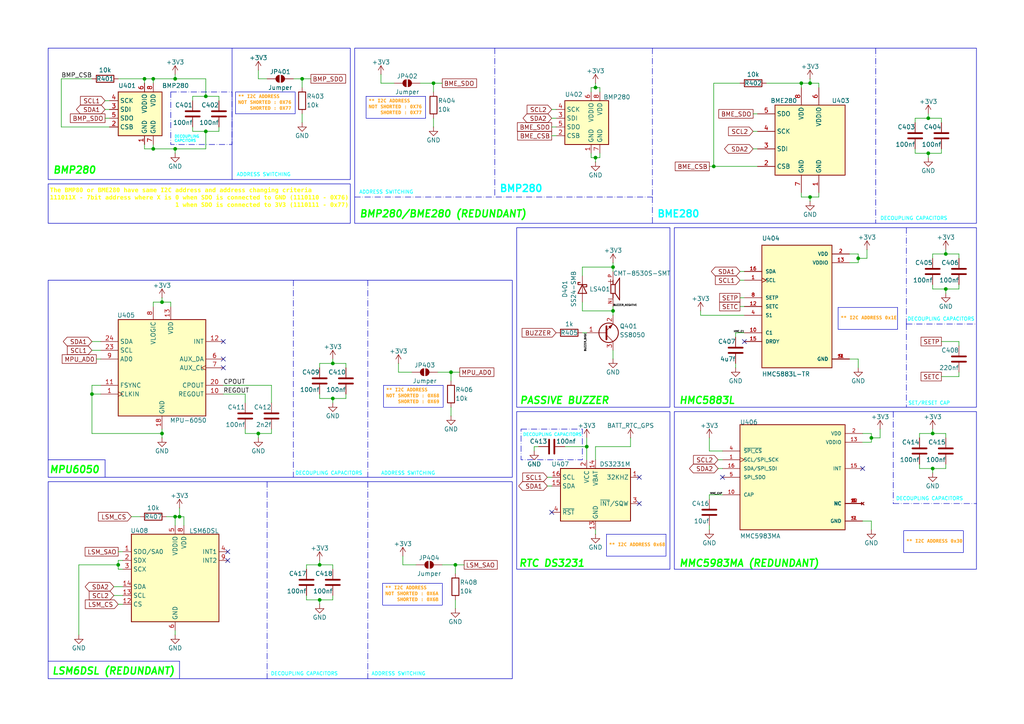
<source format=kicad_sch>
(kicad_sch (version 20250114) (generator "eeschema") (generator_version "9.0")
  (paper "A4")
  (title_block (title "VECTRON-V1") (date "2025-06-13") (rev "1.0.0") (company "Drawn by :- Arudhran"))
  (rectangle (start 13.97 81.28) (end 148.59 138.43))
  (rectangle (start 195.58 119.38) (end 283.21 165.1))
  (rectangle (start 262.128 153.924) (end 279.4 160.274) (fill (type color) (color 255 255 255 1)))
  (rectangle (start 102.87 13.97) (end 283.21 64.77))
  (rectangle (start 13.97 53.34) (end 101.6 64.77))
  (rectangle (start 149.86 119.38) (end 194.31 165.1))
  (rectangle (start 13.97 139.7) (end 148.59 196.85))
  (rectangle (start 111.252 111.76) (end 128.524 118.11) (fill (type color) (color 255 255 255 1)))
  (rectangle (start 49.53 26.67) (end 67.31 41.91) (stroke (width 0) (type dash_dot)))
  (rectangle (start 175.895 154.94) (end 193.167 161.29) (fill (type color) (color 255 255 255 1)))
  (rectangle (start 68.326 26.67) (end 85.598 33.02) (fill (type color) (color 255 255 255 1)))
  (rectangle (start 151.13 124.46) (end 168.91 133.35) (stroke (width 0) (type dash_dot)))
  (rectangle (start 110.998 169.164) (end 128.27 175.514) (fill (type color) (color 255 255 255 1)))
  (rectangle (start 243.078 89.154) (end 260.35 95.504) (fill (type color) (color 255 255 255 1)))
  (rectangle (start 13.97 13.97) (end 101.6 52.07))
  (rectangle (start 106.172 27.94) (end 123.444 34.29) (fill (type color) (color 255 255 255 1)))
  (rectangle (start 149.86 66.04) (end 194.31 118.11))
  (rectangle (start 195.58 66.04) (end 283.21 118.11))
  (text "MMC5983MA (REDUNDANT)" (at 196.85 163.576 0) (effects (font (size 2.032 2.032) (bold yes) (italic yes)) (justify left)))
  (text "DECOUPLING CAPACITORS" (at 85.598 137.414 0) (effects (font (size 1.016 1.016)) (justify left)))
  (text "BME280" (at 190.5 62.23 0) (effects (font (size 2.032 2.032) (thickness 0.4064) (bold yes)) (justify left)))
  (text "RTC DS3231" (at 150.368 163.576 0) (effects (font (size 2.032 2.032) (bold yes) (italic yes)) (justify left)))
  (text "The BMP80 or BME280 have same I2C address and address changing criteria\n111011X - 7bit address where X is 0 when SDO is connected to GND (1110110 - 0X76)\n                                  1 when SDO is connected to 3V3 (1110111 - 0x77)\n" (at 14.478 57.912 0) (effects (font (size 1.27 1.27) (bold yes)) (justify left)))
  (text "DECOUPLING CAPACITORS" (at 263.144 92.71 0) (effects (font (size 1.016 1.016)) (justify left)))
  (text "MPU6050" (at 14.224 136.398 0) (effects (font (size 2.032 2.032) (bold yes) (italic yes)) (justify left)))
  (text "DECOUPLING CAPACITORS" (at 151.638 126.238 0) (effects (font (size 0.889 0.889)) (justify left)))
  (text "** I2C ADDRESS 0x68\n" (at 176.657 158.496 0) (effects (font (size 1.016 1.016) (thickness 0.1778) (bold yes)) (justify left)))
  (text "SET/RESET CAP\n" (at 263.398 117.094 0) (effects (font (size 1.016 1.016)) (justify left)))
  (text "BMP280/BME280 (REDUNDANT)\n" (at 104.14 62.23 0) (effects (font (size 2.032 2.032) (bold yes) (italic yes)) (justify left)))
  (text "ADDRESS SWITCHING" (at 110.49 137.414 0) (effects (font (size 1.016 1.016)) (justify left)))
  (text "BMP280" (at 144.78 54.864 0) (effects (font (size 2.032 2.032) (thickness 0.4064) (bold yes)) (justify left)))
  (text "DECOUPLING CAPACITORS" (at 78.486 195.58 0) (effects (font (size 1.016 1.016)) (justify left)))
  (text "ADDRESS SWITCHING" (at 68.58 50.8 0) (effects (font (size 1.016 1.016)) (justify left)))
  (text "HMC5883L" (at 196.85 116.332 0) (effects (font (size 2.032 2.032) (bold yes) (italic yes)) (justify left)))
  (text "ADDRESS SWITCHING" (at 104.14 55.88 0) (effects (font (size 1.016 1.016)) (justify left)))
  (text "PASSIVE BUZZER\n" (at 150.622 116.332 0) (effects (font (size 2.032 2.032) (bold yes) (italic yes)) (justify left)))
  (text "** I2C ADDRESS\nNOT SHORTED : 0X68\n    SHORTED : 0X69" (at 112.014 115.316 0) (effects (font (size 1.016 1.016) (thickness 0.1778) (bold yes)) (justify left)))
  (text "** I2C ADDRESS 0x30" (at 262.89 157.48 0) (effects (font (size 1.016 1.016) (thickness 0.1778) (bold yes)) (justify left)))
  (text "DECOUPLING CAPACITORS" (at 255.27 63.5 0) (effects (font (size 1.016 1.016)) (justify left)))
  (text "BMP280\n" (at 15.24 49.53 0) (effects (font (size 2.032 2.032) (bold yes) (italic yes)) (justify left)))
  (text "** I2C ADDRESS\nNOT SHORTED : 0X76\n    SHORTED : 0X77" (at 69.088 30.226 0) (effects (font (size 1.016 1.016) (thickness 0.1778) (bold yes)) (justify left)))
  (text "DECOUPLING CAPACITORS" (at 259.842 144.78 0) (effects (font (size 1.016 1.016)) (justify left)))
  (text "** I2C ADDRESS\nNOT SHORTED : 0X6A\n    SHORTED : 0X6B" (at 111.76 172.72 0) (effects (font (size 1.016 1.016) (thickness 0.1778) (bold yes)) (justify left)))
  (text "LSM6DSL (REDUNDANT)" (at 14.986 194.818 0) (effects (font (size 2.032 2.032) (bold yes) (italic yes)) (justify left)))
  (text "** I2C ADDRESS 0x1E" (at 243.84 92.71 0) (effects (font (size 1.016 1.016) (thickness 0.1778) (bold yes)) (justify left)))
  (text "** I2C ADDRESS\nNOT SHORTED : 0X76\n    SHORTED : 0X77" (at 106.934 31.496 0) (effects (font (size 1.016 1.016) (thickness 0.1778) (bold yes)) (justify left)))
  (text "ADDRESS SWITCHING" (at 107.696 195.58 0) (effects (font (size 1.016 1.016)) (justify left)))
  (text "DECOUPLING\nCAPCITORS\n" (at 50.546 40.386 0) (effects (font (size 0.762 0.762)) (justify left)))
  (junction (at 34.29 163.83))
  (junction (at 50.8 43.18))
  (junction (at 172.72 45.72))
  (junction (at 130.81 107.95))
  (junction (at 44.45 22.86))
  (junction (at 125.73 24.13))
  (junction (at 96.52 115.57))
  (junction (at 270.51 125.73))
  (junction (at 59.69 27.94))
  (junction (at 248.92 74.93))
  (junction (at 234.95 24.13))
  (junction (at 252.73 127))
  (junction (at 274.32 73.66))
  (junction (at 177.8 77.47))
  (junction (at 46.99 87.63))
  (junction (at 234.95 57.15))
  (junction (at 269.24 44.45))
  (junction (at 269.24 34.29))
  (junction (at 232.41 24.13))
  (junction (at 96.52 105.41))
  (junction (at 50.8 22.86))
  (junction (at 207.01 48.26))
  (junction (at 26.67 114.3))
  (junction (at 177.8 90.17))
  (junction (at 172.72 25.4))
  (junction (at 274.32 83.82))
  (junction (at 52.07 149.86))
  (junction (at 270.51 135.89))
  (junction (at 170.18 129.54))
  (junction (at 74.93 125.73))
  (junction (at 92.71 163.83))
  (junction (at 92.71 173.99))
  (junction (at 132.08 163.83))
  (junction (at 59.69 38.1))
  (junction (at 46.99 125.73))
  (junction (at 44.45 43.18))
  (junction (at 41.91 22.86))
  (junction (at 87.63 22.86))
  (junction (at 50.8 149.86))
  (no_connect (at 66.04 160.02))
  (no_connect (at 66.04 162.56))
  (no_connect (at 64.77 99.06))
  (no_connect (at 185.42 146.05))
  (no_connect (at 215.9 99.06))
  (no_connect (at 160.02 148.59))
  (no_connect (at 185.42 138.43))
  (no_connect (at 64.77 104.14))
  (no_connect (at 209.55 138.43))
  (no_connect (at 250.19 135.89))
  (no_connect (at 64.77 106.68))
  (wire (pts (xy 128.27 163.83) (xy 132.08 163.83)))
  (wire (pts (xy 252.73 125.73) (xy 252.73 127)))
  (wire (pts (xy 50.8 184.15) (xy 50.8 182.88)))
  (wire (pts (xy 273.05 99.06) (xy 278.13 99.06)))
  (wire (pts (xy 96.52 115.57) (xy 96.52 116.84)))
  (wire (pts (xy 237.49 24.13) (xy 237.49 25.4)))
  (wire (pts (xy 270.51 125.73) (xy 274.32 125.73)))
  (wire (pts (xy 92.71 114.3) (xy 92.71 115.57)))
  (wire (pts (xy 170.18 129.54) (xy 170.18 133.35)))
  (wire (pts (xy 92.71 163.83) (xy 96.52 163.83)))
  (wire (pts (xy 22.86 163.83) (xy 22.86 184.15)))
  (wire (pts (xy 208.28 135.89) (xy 209.55 135.89)))
  (wire (pts (xy 55.88 36.83) (xy 55.88 38.1)))
  (wire (pts (xy 29.21 114.3) (xy 26.67 114.3)))
  (wire (pts (xy 171.45 45.72) (xy 172.72 45.72)))
  (wire (pts (xy 53.34 149.86) (xy 53.34 152.4)))
  (wire (pts (xy 59.69 22.86) (xy 50.8 22.86)))
  (wire (pts (xy 215.9 96.52) (xy 213.36 96.52)))
  (wire (pts (xy 274.32 135.89) (xy 274.32 134.62)))
  (wire (pts (xy 269.24 44.45) (xy 269.24 45.72)))
  (wire (pts (xy 92.71 173.99) (xy 96.52 173.99)))
  (wire (pts (xy 154.94 130.81) (xy 154.94 129.54)))
  (wire (pts (xy 59.69 27.94) (xy 59.69 22.86)))
  (wire (pts (xy 50.8 43.18) (xy 50.8 44.45)))
  (wire (pts (xy 252.73 127) (xy 255.27 127)))
  (wire (pts (xy 278.13 73.66) (xy 278.13 74.93)))
  (wire (pts (xy 250.19 128.27) (xy 252.73 128.27)))
  (wire (pts (xy 63.5 38.1) (xy 63.5 36.83)))
  (wire (pts (xy 274.32 83.82) (xy 278.13 83.82)))
  (wire (pts (xy 265.43 43.18) (xy 265.43 44.45)))
  (wire (pts (xy 270.51 124.46) (xy 270.51 125.73)))
  (wire (pts (xy 177.8 76.2) (xy 177.8 77.47)))
  (wire (pts (xy 50.8 21.59) (xy 50.8 22.86)))
  (wire (pts (xy 27.94 104.14) (xy 29.21 104.14)))
  (wire (pts (xy 116.84 161.29) (xy 116.84 163.83)))
  (wire (pts (xy 171.45 25.4) (xy 172.72 25.4)))
  (wire (pts (xy 218.44 33.02) (xy 219.71 33.02)))
  (wire (pts (xy 92.71 173.99) (xy 92.71 175.26)))
  (wire (pts (xy 278.13 100.33) (xy 278.13 99.06)))
  (wire (pts (xy 222.25 24.13) (xy 232.41 24.13)))
  (wire (pts (xy 46.99 125.73) (xy 46.99 127)))
  (wire (pts (xy 218.44 38.1) (xy 219.71 38.1)))
  (wire (pts (xy 96.52 163.83) (xy 96.52 165.1)))
  (polyline (pts (xy 189.23 13.97) (xy 189.23 57.15)) (stroke (width 0) (type dash_dot)))
  (wire (pts (xy 246.38 76.2) (xy 248.92 76.2)))
  (wire (pts (xy 46.99 86.36) (xy 46.99 87.63)))
  (wire (pts (xy 26.67 101.6) (xy 29.21 101.6)))
  (wire (pts (xy 132.08 163.83) (xy 132.08 166.37)))
  (wire (pts (xy 100.33 115.57) (xy 100.33 114.3)))
  (wire (pts (xy 64.77 111.76) (xy 78.74 111.76)))
  (wire (pts (xy 48.26 149.86) (xy 50.8 149.86)))
  (wire (pts (xy 163.83 129.54) (xy 170.18 129.54)))
  (wire (pts (xy 265.43 44.45) (xy 269.24 44.45)))
  (wire (pts (xy 90.17 22.86) (xy 87.63 22.86)))
  (wire (pts (xy 59.69 27.94) (xy 63.5 27.94)))
  (wire (pts (xy 77.47 22.86) (xy 74.93 22.86)))
  (wire (pts (xy 78.74 111.76) (xy 78.74 116.84)))
  (wire (pts (xy 273.05 34.29) (xy 273.05 35.56)))
  (wire (pts (xy 87.63 22.86) (xy 87.63 25.4)))
  (wire (pts (xy 71.12 124.46) (xy 71.12 125.73)))
  (wire (pts (xy 50.8 152.4) (xy 50.8 149.86)))
  (wire (pts (xy 248.92 74.93) (xy 248.92 73.66)))
  (wire (pts (xy 92.71 105.41) (xy 96.52 105.41)))
  (polyline (pts (xy 189.23 57.15) (xy 189.23 64.77)) (stroke (width 0) (type dash_dot)))
  (wire (pts (xy 205.74 127) (xy 205.74 130.81)))
  (wire (pts (xy 33.02 170.18) (xy 35.56 170.18)))
  (wire (pts (xy 214.63 81.28) (xy 215.9 81.28)))
  (wire (pts (xy 218.44 43.18) (xy 219.71 43.18)))
  (wire (pts (xy 168.91 80.01) (xy 168.91 77.47)))
  (wire (pts (xy 251.46 72.39) (xy 251.46 74.93)))
  (polyline (pts (xy 262.89 93.98) (xy 283.21 93.98)) (stroke (width 0) (type dash_dot)))
  (wire (pts (xy 177.8 77.47) (xy 177.8 78.74)))
  (wire (pts (xy 26.67 114.3) (xy 26.67 125.73)))
  (wire (pts (xy 252.73 151.13) (xy 252.73 153.67)))
  (wire (pts (xy 172.72 154.94) (xy 172.72 153.67)))
  (wire (pts (xy 215.9 91.44) (xy 203.2 91.44)))
  (wire (pts (xy 203.2 90.17) (xy 203.2 91.44)))
  (wire (pts (xy 49.53 87.63) (xy 49.53 88.9)))
  (wire (pts (xy 172.72 25.4) (xy 173.99 25.4)))
  (wire (pts (xy 71.12 116.84) (xy 71.12 114.3)))
  (wire (pts (xy 29.21 111.76) (xy 26.67 111.76)))
  (wire (pts (xy 232.41 25.4) (xy 232.41 24.13)))
  (wire (pts (xy 173.99 25.4) (xy 173.99 26.67)))
  (wire (pts (xy 237.49 57.15) (xy 237.49 55.88)))
  (polyline (pts (xy 262.89 93.98) (xy 262.89 118.11)) (stroke (width 0) (type dash_dot)))
  (wire (pts (xy 172.72 24.13) (xy 172.72 25.4)))
  (wire (pts (xy 132.08 173.99) (xy 132.08 176.53)))
  (wire (pts (xy 92.71 162.56) (xy 92.71 163.83)))
  (wire (pts (xy 160.02 34.29) (xy 161.29 34.29)))
  (wire (pts (xy 34.29 163.83) (xy 34.29 165.1)))
  (wire (pts (xy 30.48 31.75) (xy 31.75 31.75)))
  (wire (pts (xy 130.81 107.95) (xy 130.81 110.49)))
  (wire (pts (xy 177.8 101.6) (xy 177.8 104.14)))
  (wire (pts (xy 214.63 88.9) (xy 215.9 88.9)))
  (wire (pts (xy 119.38 107.95) (xy 115.57 107.95)))
  (wire (pts (xy 266.7 134.62) (xy 266.7 135.89)))
  (wire (pts (xy 270.51 82.55) (xy 270.51 83.82)))
  (wire (pts (xy 38.1 149.86) (xy 40.64 149.86)))
  (wire (pts (xy 127 107.95) (xy 130.81 107.95)))
  (wire (pts (xy 173.99 45.72) (xy 173.99 44.45)))
  (wire (pts (xy 133.35 107.95) (xy 130.81 107.95)))
  (wire (pts (xy 265.43 34.29) (xy 269.24 34.29)))
  (wire (pts (xy 71.12 125.73) (xy 74.93 125.73)))
  (wire (pts (xy 41.91 22.86) (xy 44.45 22.86)))
  (wire (pts (xy 273.05 44.45) (xy 273.05 43.18)))
  (polyline (pts (xy 102.87 57.15) (xy 189.23 57.15)) (stroke (width 0) (type dash_dot)))
  (wire (pts (xy 269.24 33.02) (xy 269.24 34.29)))
  (wire (pts (xy 41.91 24.13) (xy 41.91 22.86)))
  (polyline (pts (xy 259.08 146.05) (xy 283.21 146.05)) (stroke (width 0) (type dash_dot)))
  (wire (pts (xy 125.73 34.29) (xy 125.73 36.83)))
  (wire (pts (xy 50.8 149.86) (xy 52.07 149.86)))
  (wire (pts (xy 207.01 24.13) (xy 207.01 48.26)))
  (wire (pts (xy 171.45 26.67) (xy 171.45 25.4)))
  (wire (pts (xy 17.78 22.86) (xy 26.67 22.86)))
  (wire (pts (xy 248.92 104.14) (xy 246.38 104.14)))
  (polyline (pts (xy 13.97 133.35) (xy 30.48 133.35)))
  (wire (pts (xy 46.99 87.63) (xy 49.53 87.63)))
  (wire (pts (xy 248.92 73.66) (xy 246.38 73.66)))
  (wire (pts (xy 270.51 135.89) (xy 274.32 135.89)))
  (wire (pts (xy 59.69 38.1) (xy 59.69 43.18)))
  (wire (pts (xy 130.81 118.11) (xy 130.81 120.65)))
  (wire (pts (xy 52.07 147.32) (xy 52.07 149.86)))
  (wire (pts (xy 59.69 38.1) (xy 63.5 38.1)))
  (wire (pts (xy 213.36 106.68) (xy 213.36 105.41)))
  (wire (pts (xy 88.9 172.72) (xy 88.9 173.99)))
  (wire (pts (xy 74.93 125.73) (xy 78.74 125.73)))
  (wire (pts (xy 78.74 125.73) (xy 78.74 124.46)))
  (wire (pts (xy 121.92 24.13) (xy 125.73 24.13)))
  (wire (pts (xy 44.45 87.63) (xy 46.99 87.63)))
  (wire (pts (xy 17.78 36.83) (xy 17.78 22.86)))
  (wire (pts (xy 168.91 87.63) (xy 168.91 90.17)))
  (wire (pts (xy 207.01 48.26) (xy 219.71 48.26)))
  (wire (pts (xy 213.36 96.52) (xy 213.36 97.79)))
  (wire (pts (xy 172.72 45.72) (xy 173.99 45.72)))
  (wire (pts (xy 208.28 133.35) (xy 209.55 133.35)))
  (wire (pts (xy 160.02 36.83) (xy 161.29 36.83)))
  (wire (pts (xy 269.24 44.45) (xy 273.05 44.45)))
  (wire (pts (xy 87.63 33.02) (xy 87.63 35.56)))
  (wire (pts (xy 250.19 151.13) (xy 252.73 151.13)))
  (wire (pts (xy 34.29 165.1) (xy 35.56 165.1)))
  (wire (pts (xy 41.91 43.18) (xy 44.45 43.18)))
  (wire (pts (xy 170.18 96.52) (xy 168.91 96.52)))
  (wire (pts (xy 52.07 149.86) (xy 53.34 149.86)))
  (wire (pts (xy 172.72 133.35) (xy 172.72 129.54)))
  (wire (pts (xy 34.29 22.86) (xy 41.91 22.86)))
  (wire (pts (xy 34.29 162.56) (xy 34.29 163.83)))
  (wire (pts (xy 234.95 57.15) (xy 237.49 57.15)))
  (polyline (pts (xy 77.47 139.7) (xy 77.47 196.85)) (stroke (width 0) (type dash_dot)))
  (wire (pts (xy 171.45 44.45) (xy 171.45 45.72)))
  (wire (pts (xy 41.91 41.91) (xy 41.91 43.18)))
  (wire (pts (xy 158.75 140.97) (xy 160.02 140.97)))
  (wire (pts (xy 274.32 72.39) (xy 274.32 73.66)))
  (wire (pts (xy 30.48 29.21) (xy 31.75 29.21)))
  (polyline (pts (xy 52.07 191.77) (xy 52.07 196.85)))
  (wire (pts (xy 158.75 138.43) (xy 160.02 138.43)))
  (wire (pts (xy 273.05 109.22) (xy 278.13 109.22)))
  (wire (pts (xy 252.73 128.27) (xy 252.73 127)))
  (wire (pts (xy 44.45 43.18) (xy 44.45 41.91)))
  (wire (pts (xy 96.52 104.14) (xy 96.52 105.41)))
  (polyline (pts (xy 262.89 66.04) (xy 262.89 93.98)) (stroke (width 0) (type dash_dot)))
  (wire (pts (xy 30.48 34.29) (xy 31.75 34.29)))
  (wire (pts (xy 160.02 31.75) (xy 161.29 31.75)))
  (wire (pts (xy 232.41 55.88) (xy 232.41 57.15)))
  (wire (pts (xy 96.52 115.57) (xy 100.33 115.57)))
  (polyline (pts (xy 259.08 119.38) (xy 259.08 146.05)) (stroke (width 0) (type dash_dot)))
  (wire (pts (xy 44.45 22.86) (xy 44.45 24.13)))
  (wire (pts (xy 114.3 24.13) (xy 110.49 24.13)))
  (wire (pts (xy 74.93 125.73) (xy 74.93 127)))
  (wire (pts (xy 34.29 163.83) (xy 22.86 163.83)))
  (wire (pts (xy 100.33 105.41) (xy 100.33 106.68)))
  (wire (pts (xy 34.29 175.26) (xy 35.56 175.26)))
  (polyline (pts (xy 67.31 13.97) (xy 67.31 52.07)))
  (wire (pts (xy 270.51 74.93) (xy 270.51 73.66)))
  (polyline (pts (xy 106.68 139.7) (xy 106.68 196.85)) (stroke (width 0) (type dash_dot)))
  (wire (pts (xy 248.92 76.2) (xy 248.92 74.93)))
  (wire (pts (xy 269.24 34.29) (xy 273.05 34.29)))
  (wire (pts (xy 270.51 83.82) (xy 274.32 83.82)))
  (wire (pts (xy 59.69 43.18) (xy 50.8 43.18)))
  (wire (pts (xy 31.75 36.83) (xy 17.78 36.83)))
  (wire (pts (xy 168.91 77.47) (xy 177.8 77.47)))
  (wire (pts (xy 207.01 24.13) (xy 214.63 24.13)))
  (wire (pts (xy 55.88 27.94) (xy 59.69 27.94)))
  (wire (pts (xy 92.71 106.68) (xy 92.71 105.41)))
  (wire (pts (xy 115.57 105.41) (xy 115.57 107.95)))
  (polyline (pts (xy 30.48 133.35) (xy 30.48 138.43)))
  (wire (pts (xy 26.67 111.76) (xy 26.67 114.3)))
  (wire (pts (xy 209.55 143.51) (xy 205.74 143.51)))
  (wire (pts (xy 168.91 90.17) (xy 177.8 90.17)))
  (wire (pts (xy 209.55 130.81) (xy 205.74 130.81)))
  (wire (pts (xy 46.99 124.46) (xy 46.99 125.73)))
  (wire (pts (xy 234.95 22.86) (xy 234.95 24.13)))
  (wire (pts (xy 270.51 135.89) (xy 270.51 137.16)))
  (wire (pts (xy 88.9 163.83) (xy 92.71 163.83)))
  (wire (pts (xy 172.72 45.72) (xy 172.72 46.99)))
  (polyline (pts (xy 106.68 81.28) (xy 106.68 138.43)) (stroke (width 0) (type dash_dot)))
  (wire (pts (xy 88.9 165.1) (xy 88.9 163.83)))
  (wire (pts (xy 120.65 163.83) (xy 116.84 163.83)))
  (wire (pts (xy 205.74 48.26) (xy 207.01 48.26)))
  (wire (pts (xy 74.93 20.32) (xy 74.93 22.86)))
  (wire (pts (xy 177.8 88.9) (xy 177.8 90.17)))
  (wire (pts (xy 214.63 78.74) (xy 215.9 78.74)))
  (wire (pts (xy 266.7 135.89) (xy 270.51 135.89)))
  (wire (pts (xy 278.13 109.22) (xy 278.13 107.95)))
  (wire (pts (xy 234.95 24.13) (xy 237.49 24.13)))
  (wire (pts (xy 205.74 143.51) (xy 205.74 144.78)))
  (wire (pts (xy 96.52 105.41) (xy 100.33 105.41)))
  (wire (pts (xy 154.94 129.54) (xy 156.21 129.54)))
  (wire (pts (xy 63.5 27.94) (xy 63.5 29.21)))
  (polyline (pts (xy 254 13.97) (xy 254 64.77)) (stroke (width 0) (type dash_dot)))
  (wire (pts (xy 234.95 57.15) (xy 234.95 58.42)))
  (wire (pts (xy 266.7 125.73) (xy 270.51 125.73)))
  (wire (pts (xy 274.32 125.73) (xy 274.32 127)))
  (wire (pts (xy 177.8 90.17) (xy 177.8 91.44)))
  (wire (pts (xy 44.45 87.63) (xy 44.45 88.9)))
  (wire (pts (xy 232.41 24.13) (xy 234.95 24.13)))
  (wire (pts (xy 252.73 125.73) (xy 250.19 125.73)))
  (wire (pts (xy 205.74 152.4) (xy 205.74 153.67)))
  (polyline (pts (xy 85.09 81.28) (xy 85.09 138.43)) (stroke (width 0) (type dash_dot)))
  (wire (pts (xy 172.72 129.54) (xy 182.88 129.54)))
  (wire (pts (xy 266.7 127) (xy 266.7 125.73)))
  (wire (pts (xy 128.27 24.13) (xy 125.73 24.13)))
  (wire (pts (xy 255.27 124.46) (xy 255.27 127)))
  (wire (pts (xy 34.29 162.56) (xy 35.56 162.56)))
  (wire (pts (xy 34.29 160.02) (xy 35.56 160.02)))
  (wire (pts (xy 265.43 35.56) (xy 265.43 34.29)))
  (wire (pts (xy 248.92 74.93) (xy 251.46 74.93)))
  (polyline (pts (xy 13.97 191.77) (xy 52.07 191.77)))
  (wire (pts (xy 134.62 163.83) (xy 132.08 163.83)))
  (wire (pts (xy 26.67 125.73) (xy 46.99 125.73)))
  (wire (pts (xy 270.51 73.66) (xy 274.32 73.66)))
  (wire (pts (xy 125.73 24.13) (xy 125.73 26.67)))
  (wire (pts (xy 71.12 114.3) (xy 64.77 114.3)))
  (wire (pts (xy 55.88 29.21) (xy 55.88 27.94)))
  (wire (pts (xy 214.63 86.36) (xy 215.9 86.36)))
  (wire (pts (xy 182.88 127) (xy 182.88 129.54)))
  (wire (pts (xy 248.92 106.68) (xy 248.92 104.14)))
  (wire (pts (xy 274.32 83.82) (xy 274.32 85.09)))
  (wire (pts (xy 88.9 173.99) (xy 92.71 173.99)))
  (wire (pts (xy 92.71 115.57) (xy 96.52 115.57)))
  (wire (pts (xy 110.49 21.59) (xy 110.49 24.13)))
  (wire (pts (xy 50.8 43.18) (xy 44.45 43.18)))
  (wire (pts (xy 232.41 57.15) (xy 234.95 57.15)))
  (wire (pts (xy 85.09 22.86) (xy 87.63 22.86)))
  (wire (pts (xy 160.02 39.37) (xy 161.29 39.37)))
  (wire (pts (xy 274.32 73.66) (xy 278.13 73.66)))
  (wire (pts (xy 33.02 172.72) (xy 35.56 172.72)))
  (wire (pts (xy 278.13 83.82) (xy 278.13 82.55)))
  (polyline (pts (xy 143.51 13.97) (xy 143.51 57.15)) (stroke (width 0) (type dash_dot)))
  (wire (pts (xy 96.52 173.99) (xy 96.52 172.72)))
  (wire (pts (xy 170.18 127) (xy 170.18 129.54)))
  (wire (pts (xy 50.8 22.86) (xy 44.45 22.86)))
  (wire (pts (xy 55.88 38.1) (xy 59.69 38.1)))
  (wire (pts (xy 26.67 99.06) (xy 29.21 99.06)))
  (label "REGOUT" (at 64.77 114.3 0))
  (label "CPOUT" (at 64.77 111.76 0))
  (label "BUZZER_NEGATIVE" (at 177.8 88.9 0) (effects (font (size 0.508 0.508))))
  (label "HMC_C1" (at 215.9 96.52 180) (effects (font (size 0.508 0.508))))
  (label "BMP_CSB" (at 17.78 22.86 0))
  (label "MMC_CAP" (at 209.55 143.51 180) (effects (font (size 0.508 0.508))))
  (label "BUZZER_BASE" (at 170.18 96.52 270) (effects (font (size 0.508 0.508))))
  (global_label "MPU_AD0" (shape passive) (at 133.35 107.95 0) (property "Intersheetrefs" "${INTERSHEET_REFS}" (effects (hide yes))))
  (global_label "MPU_AD0" (shape passive) (at 27.94 104.14 180) (property "Intersheetrefs" "${INTERSHEET_REFS}" (effects (hide yes))))
  (global_label "SETC" (shape passive) (at 214.63 88.9 180) (property "Intersheetrefs" "${INTERSHEET_REFS}" (effects (hide yes))))
  (global_label "SETP" (shape passive) (at 214.63 86.36 180) (property "Intersheetrefs" "${INTERSHEET_REFS}" (effects (hide yes))))
  (global_label "SDA1" (shape bidirectional) (at 158.75 140.97 180) (property "Intersheetrefs" "${INTERSHEET_REFS}" (effects (hide yes))))
  (global_label "SETC" (shape passive) (at 273.05 109.22 180) (property "Intersheetrefs" "${INTERSHEET_REFS}" (effects (hide yes))))
  (global_label "SCL2" (shape input) (at 160.02 31.75 180) (property "Intersheetrefs" "${INTERSHEET_REFS}" (effects (hide yes))))
  (global_label "SCL1" (shape input) (at 26.67 101.6 180) (property "Intersheetrefs" "${INTERSHEET_REFS}" (effects (hide yes))))
  (global_label "SCL1" (shape input) (at 30.48 29.21 180) (property "Intersheetrefs" "${INTERSHEET_REFS}" (effects (hide yes))))
  (global_label "SDA1" (shape bidirectional) (at 214.63 78.74 180) (property "Intersheetrefs" "${INTERSHEET_REFS}" (effects (hide yes))))
  (global_label "SDA1" (shape bidirectional) (at 26.67 99.06 180) (property "Intersheetrefs" "${INTERSHEET_REFS}" (effects (hide yes))))
  (global_label "SDA1" (shape bidirectional) (at 30.48 31.75 180) (property "Intersheetrefs" "${INTERSHEET_REFS}" (effects (hide yes))))
  (global_label "BMP_SDO" (shape passive) (at 90.17 22.86 0) (property "Intersheetrefs" "${INTERSHEET_REFS}" (effects (hide yes))))
  (global_label "LSM_CS" (shape input) (at 34.29 175.26 180) (property "Intersheetrefs" "${INTERSHEET_REFS}" (effects (hide yes))))
  (global_label "BME_CSB" (shape passive) (at 205.74 48.26 180) (property "Intersheetrefs" "${INTERSHEET_REFS}" (effects (hide yes))))
  (global_label "BMP_SDO" (shape passive) (at 30.48 34.29 180) (property "Intersheetrefs" "${INTERSHEET_REFS}" (effects (hide yes))))
  (global_label "BME_SDO" (shape passive) (at 128.27 24.13 0) (property "Intersheetrefs" "${INTERSHEET_REFS}" (effects (hide yes))))
  (global_label "LSM_CS" (shape input) (at 38.1 149.86 180) (property "Intersheetrefs" "${INTERSHEET_REFS}" (effects (hide yes))))
  (global_label "SDA2" (shape bidirectional) (at 218.44 43.18 180) (property "Intersheetrefs" "${INTERSHEET_REFS}" (effects (hide yes))))
  (global_label "BUZZER" (shape input) (at 161.29 96.52 180) (property "Intersheetrefs" "${INTERSHEET_REFS}" (effects (hide yes))))
  (global_label "SDA2" (shape bidirectional) (at 33.02 170.18 180) (property "Intersheetrefs" "${INTERSHEET_REFS}" (effects (hide yes))))
  (global_label "SCL2" (shape input) (at 208.28 133.35 180) (property "Intersheetrefs" "${INTERSHEET_REFS}" (effects (hide yes))))
  (global_label "BME_SDO" (shape passive) (at 218.44 33.02 180) (property "Intersheetrefs" "${INTERSHEET_REFS}" (effects (hide yes))))
  (global_label "LSM_SAO" (shape passive) (at 34.29 160.02 180) (property "Intersheetrefs" "${INTERSHEET_REFS}" (effects (hide yes))))
  (global_label "LSM_SAO" (shape passive) (at 134.62 163.83 0) (property "Intersheetrefs" "${INTERSHEET_REFS}" (effects (hide yes))))
  (global_label "SDA2" (shape bidirectional) (at 208.28 135.89 180) (property "Intersheetrefs" "${INTERSHEET_REFS}" (effects (hide yes))))
  (global_label "SCL1" (shape input) (at 158.75 138.43 180) (property "Intersheetrefs" "${INTERSHEET_REFS}" (effects (hide yes))))
  (global_label "SCL1" (shape input) (at 214.63 81.28 180) (property "Intersheetrefs" "${INTERSHEET_REFS}" (effects (hide yes))))
  (global_label "SCL2" (shape input) (at 218.44 38.1 180) (property "Intersheetrefs" "${INTERSHEET_REFS}" (effects (hide yes))))
  (global_label "SETP" (shape passive) (at 273.05 99.06 180) (property "Intersheetrefs" "${INTERSHEET_REFS}" (effects (hide yes))))
  (global_label "SDA2" (shape bidirectional) (at 160.02 34.29 180) (property "Intersheetrefs" "${INTERSHEET_REFS}" (effects (hide yes))))
  (global_label "BME_CSB" (shape passive) (at 160.02 39.37 180) (property "Intersheetrefs" "${INTERSHEET_REFS}" (effects (hide yes))))
  (global_label "SCL2" (shape input) (at 33.02 172.72 180) (property "Intersheetrefs" "${INTERSHEET_REFS}" (effects (hide yes))))
  (global_label "BME_SDO" (shape passive) (at 160.02 36.83 180) (property "Intersheetrefs" "${INTERSHEET_REFS}" (effects (hide yes))))
  (symbol (lib_id "Device:C") (at 205.74 148.59 0) (unit 1)
    (property "Reference" "C416" (at 205.74 146.05 0) (effects (justify right)))
    (property "Value" "10uf" (at 205.74 151.13 0) (effects (justify right)))
    (property "Footprint" "Capacitor_SMD:C_0603_1608Metric" (effects (hide yes)))
    (property "Description" "Unpolarized capacitor" (effects (hide yes)))
  )
  (symbol (lib_id "Device:R") (at 87.63 29.21 0) (mirror y) (unit 1)
    (property "Reference" "R403" (at 88.9 27.94 0) (effects (justify right)))
    (property "Value" "10k" (at 88.9 30.48 0) (effects (justify right)))
    (property "Footprint" "Resistor_SMD:R_0603_1608Metric" (effects (hide yes)))
    (property "Description" "Resistor" (effects (hide yes)))
  )
  (symbol (lib_id "Timer_RTC:DS3231M") (at 172.72 143.51 0) (unit 1)
    (property "Reference" "U407" (at 165.1 134.62 0) (effects (justify right)))
    (property "Value" "DS3231M" (at 182.88 134.62 0) (effects (justify right)))
    (property "Footprint" "Package_SO:SOIC-16W_7.5x10.3mm_P1.27mm" (effects (hide yes)))
    (property "Datasheet" "http://datasheets.maximintegrated.com/en/ds/DS3231.pdf" (effects (hide yes)))
    (property "Description" "Extremely Accurate I2C-Integrated RTC/TCXO/Crystal SOIC-16" (effects (hide yes)))
  )
  (symbol (lib_id "Device:C") (at 265.43 39.37 0) (unit 1)
    (property "Reference" "C403" (at 265.43 36.83 0) (effects (justify right)))
    (property "Value" "100nf" (at 265.43 41.91 0) (effects (justify right)))
    (property "Footprint" "Capacitor_SMD:C_0603_1608Metric" (effects (hide yes)))
    (property "Description" "Unpolarized capacitor" (effects (hide yes)))
  )
  (symbol (lib_id "Device:C") (at 55.88 33.02 0) (unit 1)
    (property "Reference" "C401" (at 55.88 30.48 0) (effects (justify right)))
    (property "Value" "100nf" (at 55.88 35.56 0) (effects (justify right)))
    (property "Footprint" "Capacitor_SMD:C_0603_1608Metric" (effects (hide yes)))
    (property "Description" "Unpolarized capacitor" (effects (hide yes)))
  )
  (symbol (lib_id "power:+3V3") (at 110.49 21.59 0) (mirror y) (unit 1)
    (property "Reference" "#PWR0403" (effects (hide yes)))
    (property "Value" "+3V3" (at 110.49 18.034 0))
    (property "Description" "Power symbol creates a global label with name \"+3V3\"" (effects (hide yes)))
  )
  (symbol (lib_id "Device:R") (at 165.1 96.52 90) (unit 1)
    (property "Reference" "R405" (at 165.1 96.52 90))
    (property "Value" "1k" (at 165.1 93.98 90))
    (property "Footprint" "Resistor_SMD:R_0603_1608Metric" (effects (hide yes)))
    (property "Description" "Resistor" (effects (hide yes)))
  )
  (symbol (lib_id "Device:C") (at 71.12 120.65 0) (unit 1)
    (property "Reference" "C411" (at 71.12 118.11 0) (effects (justify right)))
    (property "Value" "100nf" (at 71.12 123.19 0) (effects (justify right)))
    (property "Footprint" "Capacitor_SMD:C_0603_1608Metric" (effects (hide yes)))
    (property "Description" "Unpolarized capacitor" (effects (hide yes)))
  )
  (symbol (lib_id "power:+3V3") (at 46.99 86.36 0) (unit 1)
    (property "Reference" "#PWR0417" (effects (hide yes)))
    (property "Value" "+3V3" (at 46.99 82.804 0))
    (property "Description" "Power symbol creates a global label with name \"+3V3\"" (effects (hide yes)))
  )
  (symbol (lib_id "power:+3V3") (at 52.07 147.32 0) (unit 1)
    (property "Reference" "#PWR0435" (effects (hide yes)))
    (property "Value" "+3V3" (at 52.07 143.764 0))
    (property "Description" "Power symbol creates a global label with name \"+3V3\"" (effects (hide yes)))
  )
  (symbol (lib_id "power:+3V3") (at 255.27 124.46 0) (unit 1)
    (property "Reference" "#PWR0426" (effects (hide yes)))
    (property "Value" "+3V3" (at 255.27 120.904 0))
    (property "Description" "Power symbol creates a global label with name \"+3V3\"" (effects (hide yes)))
  )
  (symbol (lib_id "Device:C") (at 266.7 130.81 0) (unit 1)
    (property "Reference" "C414" (at 266.7 128.27 0) (effects (justify right)))
    (property "Value" "100nf" (at 266.7 133.35 0) (effects (justify right)))
    (property "Footprint" "Capacitor_SMD:C_0603_1608Metric" (effects (hide yes)))
    (property "Description" "Unpolarized capacitor" (effects (hide yes)))
  )
  (symbol (lib_id "power:GND") (at 50.8 44.45 0) (unit 1)
    (property "Reference" "#PWR0409" (effects (hide yes)))
    (property "Value" "GND" (at 50.8 48.26 0))
    (property "Description" "Power symbol creates a global label with name \"GND\" , ground" (effects (hide yes)))
  )
  (symbol (lib_id "power:GND") (at 125.73 36.83 0) (mirror y) (unit 1)
    (property "Reference" "#PWR0408" (effects (hide yes)))
    (property "Value" "GND" (at 125.73 40.64 0))
    (property "Description" "Power symbol creates a global label with name \"GND\" , ground" (effects (hide yes)))
  )
  (symbol (lib_id "power:GND") (at 234.95 58.42 0) (unit 1)
    (property "Reference" "#PWR0412" (effects (hide yes)))
    (property "Value" "GND" (at 234.95 62.23 0))
    (property "Description" "Power symbol creates a global label with name \"GND\" , ground" (effects (hide yes)))
  )
  (symbol (lib_id "Sensor_Pressure:BMP280") (at 41.91 34.29 0) (unit 1)
    (property "Reference" "U401" (at 34.29 24.13 0) (effects (justify left top)))
    (property "Value" "BMP280" (at 46.99 24.13 0) (effects (justify left top)))
    (property "Footprint" "Package_LGA:Bosch_LGA-8_2x2.5mm_P0.65mm_ClockwisePinNumbering" (effects (hide yes)))
    (property "Datasheet" "https://ae-bst.resource.bosch.com/media/_tech/media/datasheets/BST-BMP280-DS001.pdf" (effects (hide yes)))
    (property "Description" "Absolute Barometric Pressure Sensor, LGA-8" (effects (hide yes)))
  )
  (symbol (lib_id "Jumper:SolderJumper_2_Open") (at 124.46 163.83 0) (mirror y) (unit 1) (in_bom no)
    (property "Reference" "JP404" (at 124.46 161.798 0))
    (property "Value" "Jumper" (at 124.46 166.37 0))
    (property "Footprint" "Jumper:SolderJumper-2_P1.3mm_Open_RoundedPad1.0x1.5mm" (effects (hide yes)))
    (property "Description" "Solder Jumper, 2-pole, open" (effects (hide yes)))
  )
  (symbol (lib_id "Device:C") (at 63.5 33.02 0) (unit 1)
    (property "Reference" "C402" (at 63.5 30.48 0) (effects (justify right)))
    (property "Value" "100nf" (at 63.5 35.56 0) (effects (justify right)))
    (property "Footprint" "Capacitor_SMD:C_0603_1608Metric" (effects (hide yes)))
    (property "Description" "Unpolarized capacitor" (effects (hide yes)))
  )
  (symbol (lib_id "power:+3V3") (at 170.18 127 0) (unit 1)
    (property "Reference" "#PWR0430" (effects (hide yes)))
    (property "Value" "+3V3" (at 170.18 123.444 0))
    (property "Description" "Power symbol creates a global label with name \"+3V3\"" (effects (hide yes)))
  )
  (symbol (lib_id "power:VBUS") (at 182.88 127 0) (unit 1)
    (property "Reference" "#PWR0431" (effects (hide yes)))
    (property "Value" "BATT_RTC_GPS" (at 182.88 123.444 0))
    (property "Description" "Power symbol creates a global label with name \"VBUS\"" (effects (hide yes)))
  )
  (symbol (lib_id "Device:R") (at 125.73 30.48 0) (mirror y) (unit 1)
    (property "Reference" "R404" (at 127 29.21 0) (effects (justify right)))
    (property "Value" "10k" (at 127 31.75 0) (effects (justify right)))
    (property "Footprint" "Resistor_SMD:R_0603_1608Metric" (effects (hide yes)))
    (property "Description" "Resistor" (effects (hide yes)))
  )
  (symbol (lib_id "power:+3V3") (at 270.51 124.46 0) (unit 1)
    (property "Reference" "#PWR0427" (effects (hide yes)))
    (property "Value" "+3V3" (at 270.51 120.904 0))
    (property "Description" "Power symbol creates a global label with name \"+3V3\"" (effects (hide yes)))
  )
  (symbol (lib_id "Device:C") (at 213.36 101.6 0) (unit 1)
    (property "Reference" "C407" (at 213.36 99.06 0) (effects (justify right)))
    (property "Value" "4u7f" (at 213.36 104.14 0) (effects (justify right)))
    (property "Footprint" "Capacitor_SMD:C_0603_1608Metric" (effects (hide yes)))
    (property "Description" "Unpolarized capacitor" (effects (hide yes)))
  )
  (symbol (lib_id "Device:C") (at 278.13 78.74 0) (unit 1)
    (property "Reference" "C406" (at 278.13 76.2 0) (effects (justify right)))
    (property "Value" "100nf" (at 278.13 81.28 0) (effects (justify right)))
    (property "Footprint" "Capacitor_SMD:C_0603_1608Metric" (effects (hide yes)))
    (property "Description" "Unpolarized capacitor" (effects (hide yes)))
  )
  (symbol (lib_id "power:GND") (at 213.36 106.68 0) (unit 1)
    (property "Reference" "#PWR0422" (effects (hide yes)))
    (property "Value" "GND" (at 213.36 110.49 0))
    (property "Description" "Power symbol creates a global label with name \"GND\" , ground" (effects (hide yes)))
  )
  (symbol (lib_id "HMC5883L-TR:HMC5883L-TR") (at 231.14 88.9 0) (unit 1)
    (property "Reference" "U404" (at 220.98 69.85 0) (effects (justify left bottom)))
    (property "Value" "HMC5883L-TR" (at 220.98 109.22 0) (effects (justify left bottom)))
    (property "Footprint" "HMC5883L-TR:XDCR_HMC5883L-TR" (effects (hide yes)))
    (property "MF" "Honeywell" (effects (hide yes)))
    (property "Description_1" "Magnetoresistive Sensor X, Y, Z Axis 16-LCC" (effects (hide yes)))
    (property "Package" "LCC-16 Honeywell" (effects (hide yes)))
    (property "Price" "None" (effects (hide yes)))
    (property "Check_prices" "https://www.snapeda.com/parts/HMC5883LTR/Honeywell/view-part/?ref=eda" (effects (hide yes)))
    (property "STANDARD" "Manufacturer Recommendations" (effects (hide yes)))
    (property "PARTREV" "E" (effects (hide yes)))
    (property "SnapEDA_Link" "https://www.snapeda.com/parts/HMC5883LTR/Honeywell/view-part/?ref=snap" (effects (hide yes)))
    (property "MP" "HMC5883LTR" (effects (hide yes)))
    (property "Availability" "In Stock" (effects (hide yes)))
    (property "PACKAGE_MAXIMUM_HEIGHT" "0.9mm" (effects (hide yes)))
    (property "MANUFACTURER" "HONEYWELL" (effects (hide yes)))
  )
  (symbol (lib_id "power:GND") (at 96.52 116.84 0) (unit 1)
    (property "Reference" "#PWR0424" (effects (hide yes)))
    (property "Value" "GND" (at 96.52 120.65 0))
    (property "Description" "Power symbol creates a global label with name \"GND\" , ground" (effects (hide yes)))
  )
  (symbol (lib_id "power:+3V3") (at 50.8 21.59 0) (unit 1)
    (property "Reference" "#PWR0402" (effects (hide yes)))
    (property "Value" "+3V3" (at 50.8 18.034 0))
    (property "Description" "Power symbol creates a global label with name \"+3V3\"" (effects (hide yes)))
  )
  (symbol (lib_id "power:GND") (at 130.81 120.65 0) (mirror y) (unit 1)
    (property "Reference" "#PWR0425" (effects (hide yes)))
    (property "Value" "GND" (at 130.81 124.46 0))
    (property "Description" "Power symbol creates a global label with name \"GND\" , ground" (effects (hide yes)))
  )
  (symbol (lib_id "Device:C") (at 100.33 110.49 0) (unit 1)
    (property "Reference" "C410" (at 100.33 107.95 0) (effects (justify right)))
    (property "Value" "100nf" (at 100.33 113.03 0) (effects (justify right)))
    (property "Footprint" "Capacitor_SMD:C_0603_1608Metric" (effects (hide yes)))
    (property "Description" "Unpolarized capacitor" (effects (hide yes)))
  )
  (symbol (lib_id "Device:R") (at 130.81 114.3 0) (mirror y) (unit 1)
    (property "Reference" "R406" (at 132.08 113.03 0) (effects (justify right)))
    (property "Value" "10k" (at 132.08 115.57 0) (effects (justify right)))
    (property "Footprint" "Resistor_SMD:R_0603_1608Metric" (effects (hide yes)))
    (property "Description" "Resistor" (effects (hide yes)))
  )
  (symbol (lib_id "power:+3V3") (at 205.74 127 0) (unit 1)
    (property "Reference" "#PWR0432" (effects (hide yes)))
    (property "Value" "+3V3" (at 205.74 123.444 0))
    (property "Description" "Power symbol creates a global label with name \"+3V3\"" (effects (hide yes)))
  )
  (symbol (lib_id "Device:C") (at 96.52 168.91 0) (unit 1)
    (property "Reference" "C418" (at 96.52 166.37 0) (effects (justify right)))
    (property "Value" "100nf" (at 96.52 171.45 0) (effects (justify right)))
    (property "Footprint" "Capacitor_SMD:C_0603_1608Metric" (effects (hide yes)))
    (property "Description" "Unpolarized capacitor" (effects (hide yes)))
  )
  (symbol (lib_id "Device:R") (at 44.45 149.86 90) (unit 1)
    (property "Reference" "R407" (at 44.45 149.86 90))
    (property "Value" "10k" (at 44.45 147.32 90))
    (property "Footprint" "Resistor_SMD:R_0603_1608Metric" (effects (hide yes)))
    (property "Description" "Resistor" (effects (hide yes)))
  )
  (symbol (lib_id "Device:C") (at 270.51 78.74 0) (unit 1)
    (property "Reference" "C405" (at 270.51 76.2 0) (effects (justify right)))
    (property "Value" "100nf" (at 270.51 81.28 0) (effects (justify right)))
    (property "Footprint" "Capacitor_SMD:C_0603_1608Metric" (effects (hide yes)))
    (property "Description" "Unpolarized capacitor" (effects (hide yes)))
  )
  (symbol (lib_id "Device:C") (at 160.02 129.54 90) (unit 1)
    (property "Reference" "C413" (at 158.75 128.016 90) (effects (justify left)))
    (property "Value" "100nf" (at 161.29 128.016 90) (effects (justify right)))
    (property "Footprint" "Capacitor_SMD:C_0603_1608Metric" (effects (hide yes)))
    (property "Description" "Unpolarized capacitor" (effects (hide yes)))
  )
  (symbol (lib_id "Device:R") (at 132.08 170.18 0) (mirror y) (unit 1)
    (property "Reference" "R408" (at 133.35 168.91 0) (effects (justify right)))
    (property "Value" "10k" (at 133.35 171.45 0) (effects (justify right)))
    (property "Footprint" "Resistor_SMD:R_0603_1608Metric" (effects (hide yes)))
    (property "Description" "Resistor" (effects (hide yes)))
  )
  (symbol (lib_id "Sensor_Motion:LSM6DSL") (at 50.8 167.64 0) (unit 1)
    (property "Reference" "U408" (at 37.846 153.924 0) (effects (justify left)))
    (property "Value" "LSM6DSL" (at 54.864 154.686 0) (effects (justify left bottom)))
    (property "Footprint" "Package_LGA:LGA-14_3x2.5mm_P0.5mm_LayoutBorder3x4y" (effects (hide yes)))
    (property "Datasheet" "https://www.st.com/resource/en/datasheet/lsm6dsl.pdf" (effects (hide yes)))
    (property "Description" "I2C/SPI, iNEMO inertial module: always-on 3D accelerometer and 3D gyroscope, 1.71V to 3.6V VCC" (effects (hide yes)))
  )
  (symbol (lib_id "power:+3V3") (at 274.32 72.39 0) (unit 1)
    (property "Reference" "#PWR0414" (effects (hide yes)))
    (property "Value" "+3V3" (at 274.32 68.834 0))
    (property "Description" "Power symbol creates a global label with name \"+3V3\"" (effects (hide yes)))
  )
  (symbol (lib_id "power:+3V3") (at 115.57 105.41 0) (mirror y) (unit 1)
    (property "Reference" "#PWR0421" (effects (hide yes)))
    (property "Value" "+3V3" (at 115.57 101.854 0))
    (property "Description" "Power symbol creates a global label with name \"+3V3\"" (effects (hide yes)))
  )
  (symbol (lib_id "power:GND") (at 154.94 130.81 0) (unit 1)
    (property "Reference" "#PWR0433" (effects (hide yes)))
    (property "Value" "GND" (at 154.94 134.62 0))
    (property "Description" "Power symbol creates a global label with name \"GND\" , ground" (effects (hide yes)))
  )
  (symbol (lib_id "Sensor:BME280") (at 234.95 40.64 0) (mirror y) (unit 1)
    (property "Reference" "U403" (at 243.84 29.21 0))
    (property "Value" "BME280" (at 227.33 29.21 0))
    (property "Footprint" "Package_LGA:Bosch_LGA-8_2.5x2.5mm_P0.65mm_ClockwisePinNumbering" (effects (hide yes)))
    (property "Datasheet" "https://www.bosch-sensortec.com/media/boschsensortec/downloads/datasheets/bst-bme280-ds002.pdf" (effects (hide yes)))
    (property "Description" "3-in-1 sensor, humidity, pressure, temperature, I2C and SPI interface, 1.71-3.6V, LGA-8" (effects (hide yes)))
  )
  (symbol (lib_id "power:GND") (at 74.93 127 0) (unit 1)
    (property "Reference" "#PWR0429" (effects (hide yes)))
    (property "Value" "GND" (at 74.93 130.81 0))
    (property "Description" "Power symbol creates a global label with name \"GND\" , ground" (effects (hide yes)))
  )
  (symbol (lib_id "power:+3V3") (at 92.71 162.56 0) (unit 1)
    (property "Reference" "#PWR0440" (effects (hide yes)))
    (property "Value" "+3V3" (at 92.71 159.004 0))
    (property "Description" "Power symbol creates a global label with name \"+3V3\"" (effects (hide yes)))
  )
  (symbol (lib_id "MMC5983MA:MMC5983MA") (at 229.87 138.43 0) (unit 1)
    (property "Reference" "U406" (at 214.63 123.19 0) (effects (justify left bottom)))
    (property "Value" "MMC5983MA" (at 214.63 156.21 0) (effects (justify left bottom)))
    (property "Footprint" "MMC5983MA:PQFN50P300X300X100-16N" (effects (hide yes)))
    (property "MF" "Memsic Inc." (effects (hide yes)))
    (property "MAXIMUM_PACKAGE_HEIGHT" "1.00 mm" (effects (hide yes)))
    (property "Package" "VFLGA-16 Memsic Inc." (effects (hide yes)))
    (property "Price" "None" (effects (hide yes)))
    (property "Check_prices" "https://www.snapeda.com/parts/MMC5983MA/Memsic/view-part/?ref=eda" (effects (hide yes)))
    (property "STANDARD" "IPC 7351B" (effects (hide yes)))
    (property "PARTREV" "A" (effects (hide yes)))
    (property "SnapEDA_Link" "https://www.snapeda.com/parts/MMC5983MA/Memsic/view-part/?ref=snap" (effects (hide yes)))
    (property "MP" "MMC5983MA" (effects (hide yes)))
    (property "Description_1" "MMC5983 series Magnetic, Magnetometer Sensor Evaluation Board" (effects (hide yes)))
    (property "Availability" "In Stock" (effects (hide yes)))
    (property "MANUFACTURER" "Memsic Inc." (effects (hide yes)))
  )
  (symbol (lib_id "power:GND") (at 50.8 184.15 0) (unit 1)
    (property "Reference" "#PWR0444" (effects (hide yes)))
    (property "Value" "GND" (at 50.8 187.96 0))
    (property "Description" "Power symbol creates a global label with name \"GND\" , ground" (effects (hide yes)))
  )
  (symbol (lib_id "power:GND") (at 22.86 184.15 0) (unit 1)
    (property "Reference" "#PWR0443" (effects (hide yes)))
    (property "Value" "GND" (at 22.86 187.96 0))
    (property "Description" "Power symbol creates a global label with name \"GND\" , ground" (effects (hide yes)))
  )
  (symbol (lib_id "CMT-8530S-SMT:CMT-8530S-SMT") (at 177.8 83.82 0) (unit 1)
    (property "Reference" "LS401" (at 170.942 84.582 0) (effects (justify left bottom)))
    (property "Value" "CMT-8530S-SMT" (at 177.8 80.01 0) (effects (justify left bottom)))
    (property "Footprint" "CMT-8530S-SMT:CUI_CMT-8530S-SMT" (effects (hide yes)))
    (property "MF" "Same Sky" (effects (hide yes)))
    (property "Description_1" "8.5 mm, 3.6 Vo-p, 90 dB, Surface Mount (SMT), Magnetic Audio Transducer Buzzer" (effects (hide yes)))
    (property "Package" "None" (effects (hide yes)))
    (property "Price" "None" (effects (hide yes)))
    (property "SnapEDA_Link" "https://www.snapeda.com/parts/CMT-8530S-SMT-TR/Same+Sky/view-part/?ref=snap" (effects (hide yes)))
    (property "MP" "CMT-8530S-SMT-TR" (effects (hide yes)))
    (property "Availability" "In Stock" (effects (hide yes)))
    (property "Check_prices" "https://www.snapeda.com/parts/CMT-8530S-SMT-TR/Same+Sky/view-part/?ref=eda" (effects (hide yes)))
  )
  (symbol (lib_id "Jumper:SolderJumper_2_Open") (at 118.11 24.13 0) (mirror y) (unit 1) (in_bom no)
    (property "Reference" "JP402" (at 118.11 22.098 0))
    (property "Value" "Jumper" (at 118.11 26.67 0))
    (property "Footprint" "Jumper:SolderJumper-2_P1.3mm_Open_RoundedPad1.0x1.5mm" (effects (hide yes)))
    (property "Description" "Solder Jumper, 2-pole, open" (effects (hide yes)))
  )
  (symbol (lib_id "Device:C") (at 88.9 168.91 0) (unit 1)
    (property "Reference" "C417" (at 88.9 166.37 0) (effects (justify right)))
    (property "Value" "100nf" (at 88.9 171.45 0) (effects (justify right)))
    (property "Footprint" "Capacitor_SMD:C_0603_1608Metric" (effects (hide yes)))
    (property "Description" "Unpolarized capacitor" (effects (hide yes)))
  )
  (symbol (lib_id "power:+3V3") (at 177.8 76.2 0) (mirror y) (unit 1)
    (property "Reference" "#PWR0415" (effects (hide yes)))
    (property "Value" "+3V3" (at 177.8 72.644 0))
    (property "Description" "Power symbol creates a global label with name \"+3V3\"" (effects (hide yes)))
  )
  (symbol (lib_id "power:+3V3") (at 234.95 22.86 0) (unit 1)
    (property "Reference" "#PWR0404" (effects (hide yes)))
    (property "Value" "+3V3" (at 234.95 19.304 0))
    (property "Description" "Power symbol creates a global label with name \"+3V3\"" (effects (hide yes)))
  )
  (symbol (lib_id "power:GND") (at 172.72 154.94 0) (unit 1)
    (property "Reference" "#PWR0438" (effects (hide yes)))
    (property "Value" "GND" (at 172.72 158.75 0))
    (property "Description" "Power symbol creates a global label with name \"GND\" , ground" (effects (hide yes)))
  )
  (symbol (lib_id "power:+3V3") (at 269.24 33.02 0) (unit 1)
    (property "Reference" "#PWR0406" (effects (hide yes)))
    (property "Value" "+3V3" (at 269.24 29.464 0))
    (property "Description" "Power symbol creates a global label with name \"+3V3\"" (effects (hide yes)))
  )
  (symbol (lib_id "power:GND") (at 132.08 176.53 0) (mirror y) (unit 1)
    (property "Reference" "#PWR0442" (effects (hide yes)))
    (property "Value" "GND" (at 132.08 180.34 0))
    (property "Description" "Power symbol creates a global label with name \"GND\" , ground" (effects (hide yes)))
  )
  (symbol (lib_id "Device:D_Schottky") (at 168.91 83.82 90) (mirror x) (unit 1)
    (property "Reference" "D401" (at 163.83 83.82 0))
    (property "Value" "SS24-SMB" (at 166.37 83.82 0))
    (property "Footprint" "LED_SMD:LED_0603_1608Metric" (effects (hide yes)))
    (property "Description" "Schottky diode" (effects (hide yes)))
  )
  (symbol (lib_id "power:+3V3") (at 116.84 161.29 0) (mirror y) (unit 1)
    (property "Reference" "#PWR0439" (effects (hide yes)))
    (property "Value" "+3V3" (at 116.84 157.734 0))
    (property "Description" "Power symbol creates a global label with name \"+3V3\"" (effects (hide yes)))
  )
  (symbol (lib_id "power:GND") (at 248.92 106.68 0) (unit 1)
    (property "Reference" "#PWR0423" (effects (hide yes)))
    (property "Value" "GND" (at 248.92 110.49 0))
    (property "Description" "Power symbol creates a global label with name \"GND\" , ground" (effects (hide yes)))
  )
  (symbol (lib_id "power:+3V3") (at 74.93 20.32 0) (mirror y) (unit 1)
    (property "Reference" "#PWR0401" (effects (hide yes)))
    (property "Value" "+3V3" (at 74.93 16.764 0))
    (property "Description" "Power symbol creates a global label with name \"+3V3\"" (effects (hide yes)))
  )
  (symbol (lib_id "Sensor_Pressure:BMP280") (at 171.45 36.83 0) (unit 1)
    (property "Reference" "U402" (at 163.83 26.67 0) (effects (justify left top)))
    (property "Value" "BMP280" (at 175.006 27.432 0) (effects (justify left top)))
    (property "Footprint" "Package_LGA:Bosch_LGA-8_2x2.5mm_P0.65mm_ClockwisePinNumbering" (effects (hide yes)))
    (property "Datasheet" "https://ae-bst.resource.bosch.com/media/_tech/media/datasheets/BST-BMP280-DS001.pdf" (effects (hide yes)))
    (property "Description" "Absolute Barometric Pressure Sensor, LGA-8" (effects (hide yes)))
  )
  (symbol (lib_id "power:+3V3") (at 172.72 24.13 0) (unit 1)
    (property "Reference" "#PWR0405" (effects (hide yes)))
    (property "Value" "+3V3" (at 172.72 20.574 0))
    (property "Description" "Power symbol creates a global label with name \"+3V3\"" (effects (hide yes)))
  )
  (symbol (lib_id "Jumper:SolderJumper_2_Open") (at 81.28 22.86 0) (mirror y) (unit 1) (in_bom no)
    (property "Reference" "JP401" (at 81.28 20.828 0))
    (property "Value" "Jumper" (at 81.28 25.4 0))
    (property "Footprint" "Jumper:SolderJumper-2_P1.3mm_Open_RoundedPad1.0x1.5mm" (effects (hide yes)))
    (property "Description" "Solder Jumper, 2-pole, open" (effects (hide yes)))
  )
  (symbol (lib_id "power:GND") (at 252.73 153.67 0) (unit 1)
    (property "Reference" "#PWR0437" (effects (hide yes)))
    (property "Value" "GND" (at 252.73 157.48 0))
    (property "Description" "Power symbol creates a global label with name \"GND\" , ground" (effects (hide yes)))
  )
  (symbol (lib_id "Transistor_BJT:SS8050") (at 175.26 96.52 0) (mirror x) (unit 1)
    (property "Reference" "Q401" (at 179.705 94.615 0) (effects (justify left)))
    (property "Value" "SS8050" (at 179.705 97.155 0) (effects (justify left)))
    (property "Footprint" "Package_TO_SOT_SMD:SOT-23-3" (effects (hide yes)))
    (property "Datasheet" "http://www.secosgmbh.com/datasheet/products/SSMPTransistor/SOT-23/SS8050.pdf" (effects (hide yes)))
    (property "Description" "General Purpose NPN Transistor, 1.5A Ic, 25V Vce, SOT-23" (effects (hide yes)))
  )
  (symbol (lib_id "Device:C") (at 92.71 110.49 0) (unit 1)
    (property "Reference" "C409" (at 92.71 107.95 0) (effects (justify right)))
    (property "Value" "100nf" (at 92.71 113.03 0) (effects (justify right)))
    (property "Footprint" "Capacitor_SMD:C_0603_1608Metric" (effects (hide yes)))
    (property "Description" "Unpolarized capacitor" (effects (hide yes)))
  )
  (symbol (lib_id "power:GND") (at 177.8 104.14 0) (unit 1)
    (property "Reference" "#PWR0420" (effects (hide yes)))
    (property "Value" "GND" (at 177.8 107.95 0))
    (property "Description" "Power symbol creates a global label with name \"GND\" , ground" (effects (hide yes)))
  )
  (symbol (lib_id "Device:C") (at 78.74 120.65 0) (unit 1)
    (property "Reference" "C412" (at 78.74 118.11 0) (effects (justify right)))
    (property "Value" "2n2f" (at 78.74 123.19 0) (effects (justify right)))
    (property "Footprint" "Capacitor_SMD:C_0603_1608Metric" (effects (hide yes)))
    (property "Description" "Unpolarized capacitor" (effects (hide yes)))
  )
  (symbol (lib_id "power:+3V3") (at 251.46 72.39 0) (unit 1)
    (property "Reference" "#PWR0413" (effects (hide yes)))
    (property "Value" "+3V3" (at 251.46 68.834 0))
    (property "Description" "Power symbol creates a global label with name \"+3V3\"" (effects (hide yes)))
  )
  (symbol (lib_id "power:GND") (at 172.72 46.99 0) (unit 1)
    (property "Reference" "#PWR0411" (effects (hide yes)))
    (property "Value" "GND" (at 172.72 50.8 0))
    (property "Description" "Power symbol creates a global label with name \"GND\" , ground" (effects (hide yes)))
  )
  (symbol (lib_id "Sensor_Motion:MPU-6050") (at 46.99 106.68 0) (unit 1)
    (property "Reference" "U405" (at 36.576 91.44 0))
    (property "Value" "MPU-6050" (at 54.61 121.92 0))
    (property "Footprint" "Sensor_Motion:InvenSense_QFN-24_4x4mm_P0.5mm" (effects (hide yes)))
    (property "Datasheet" "https://invensense.tdk.com/wp-content/uploads/2015/02/MPU-6000-Datasheet1.pdf" (effects (hide yes)))
    (property "Description" "InvenSense 6-Axis Motion Sensor, Gyroscope, Accelerometer, I2C" (effects (hide yes)))
  )
  (symbol (lib_id "Device:C") (at 278.13 104.14 0) (unit 1)
    (property "Reference" "C408" (at 278.13 101.6 0) (effects (justify right)))
    (property "Value" "220nf" (at 278.13 106.68 0) (effects (justify right)))
    (property "Footprint" "Capacitor_SMD:C_0603_1608Metric" (effects (hide yes)))
    (property "Description" "Unpolarized capacitor" (effects (hide yes)))
  )
  (symbol (lib_id "power:GND") (at 274.32 85.09 0) (unit 1)
    (property "Reference" "#PWR0416" (effects (hide yes)))
    (property "Value" "GND" (at 274.32 88.9 0))
    (property "Description" "Power symbol creates a global label with name \"GND\" , ground" (effects (hide yes)))
  )
  (symbol (lib_id "power:GND") (at 205.74 153.67 0) (unit 1)
    (property "Reference" "#PWR0436" (effects (hide yes)))
    (property "Value" "GND" (at 205.74 157.48 0))
    (property "Description" "Power symbol creates a global label with name \"GND\" , ground" (effects (hide yes)))
  )
  (symbol (lib_id "Device:R") (at 30.48 22.86 90) (unit 1)
    (property "Reference" "R401" (at 30.48 22.86 90))
    (property "Value" "10k" (at 30.48 20.32 90))
    (property "Footprint" "Resistor_SMD:R_0603_1608Metric" (effects (hide yes)))
    (property "Description" "Resistor" (effects (hide yes)))
  )
  (symbol (lib_id "power:GND") (at 87.63 35.56 0) (mirror y) (unit 1)
    (property "Reference" "#PWR0407" (effects (hide yes)))
    (property "Value" "GND" (at 87.63 39.37 0))
    (property "Description" "Power symbol creates a global label with name \"GND\" , ground" (effects (hide yes)))
  )
  (symbol (lib_id "Jumper:SolderJumper_2_Open") (at 123.19 107.95 0) (mirror y) (unit 1) (in_bom no)
    (property "Reference" "JP403" (at 123.19 105.918 0))
    (property "Value" "Jumper" (at 123.19 110.49 0))
    (property "Footprint" "Jumper:SolderJumper-2_P1.3mm_Open_RoundedPad1.0x1.5mm" (effects (hide yes)))
    (property "Description" "Solder Jumper, 2-pole, open" (effects (hide yes)))
  )
  (symbol (lib_id "power:GND") (at 270.51 137.16 0) (unit 1)
    (property "Reference" "#PWR0434" (effects (hide yes)))
    (property "Value" "GND" (at 270.51 140.97 0))
    (property "Description" "Power symbol creates a global label with name \"GND\" , ground" (effects (hide yes)))
  )
  (symbol (lib_id "power:+3V3") (at 96.52 104.14 0) (unit 1)
    (property "Reference" "#PWR0419" (effects (hide yes)))
    (property "Value" "+3V3" (at 96.52 100.584 0))
    (property "Description" "Power symbol creates a global label with name \"+3V3\"" (effects (hide yes)))
  )
  (symbol (lib_id "power:GND") (at 46.99 127 0) (unit 1)
    (property "Reference" "#PWR0428" (effects (hide yes)))
    (property "Value" "GND" (at 46.99 130.81 0))
    (property "Description" "Power symbol creates a global label with name \"GND\" , ground" (effects (hide yes)))
  )
  (symbol (lib_id "Device:C") (at 273.05 39.37 0) (unit 1)
    (property "Reference" "C404" (at 273.05 36.83 0) (effects (justify right)))
    (property "Value" "100nf" (at 273.05 41.91 0) (effects (justify right)))
    (property "Footprint" "Capacitor_SMD:C_0603_1608Metric" (effects (hide yes)))
    (property "Description" "Unpolarized capacitor" (effects (hide yes)))
  )
  (symbol (lib_id "Device:C") (at 274.32 130.81 0) (unit 1)
    (property "Reference" "C415" (at 274.32 128.27 0) (effects (justify right)))
    (property "Value" "100nf" (at 274.32 133.35 0) (effects (justify right)))
    (property "Footprint" "Capacitor_SMD:C_0603_1608Metric" (effects (hide yes)))
    (property "Description" "Unpolarized capacitor" (effects (hide yes)))
  )
  (symbol (lib_id "power:GND") (at 269.24 45.72 0) (unit 1)
    (property "Reference" "#PWR0410" (effects (hide yes)))
    (property "Value" "GND" (at 269.24 49.53 0))
    (property "Description" "Power symbol creates a global label with name \"GND\" , ground" (effects (hide yes)))
  )
  (symbol (lib_id "power:+3V3") (at 203.2 90.17 0) (mirror y) (unit 1)
    (property "Reference" "#PWR0418" (effects (hide yes)))
    (property "Value" "+3V3" (at 203.2 86.614 0))
    (property "Description" "Power symbol creates a global label with name \"+3V3\"" (effects (hide yes)))
  )
  (symbol (lib_id "power:GND") (at 92.71 175.26 0) (unit 1)
    (property "Reference" "#PWR0441" (effects (hide yes)))
    (property "Value" "GND" (at 92.71 179.07 0))
    (property "Description" "Power symbol creates a global label with name \"GND\" , ground" (effects (hide yes)))
  )
  (symbol (lib_id "Device:R") (at 218.44 24.13 90) (unit 1)
    (property "Reference" "R402" (at 218.44 24.13 90))
    (property "Value" "10k" (at 218.44 21.59 90))
    (property "Footprint" "Resistor_SMD:R_0603_1608Metric" (effects (hide yes)))
    (property "Description" "Resistor" (effects (hide yes)))
  )
)
</source>
